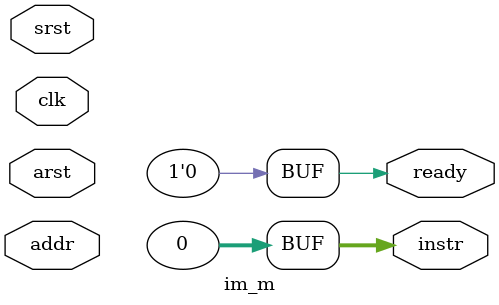
<source format=v>
module im_m // instruction memory module
#(
        parameter   ADDR_W  =   32
    ,   parameter   INSTR_W =   32
    ,   parameter   ILLEGAL =   32'h0
)
(
        input       clk
    ,   input       arst
    ,   input       srst
    ,   input [(ADDR_W-1):0]        addr
    ,   output reg  ready
    ,   output reg [(INSTR_W-1):0]  instr
);

task reset; begin
    ready <= 0;
    instr <= ILLEGAL;
end
endtask

always @(arst) begin
    reset;
end

always @(posedge clk)
    if (srst)
        reset;

endmodule

</source>
